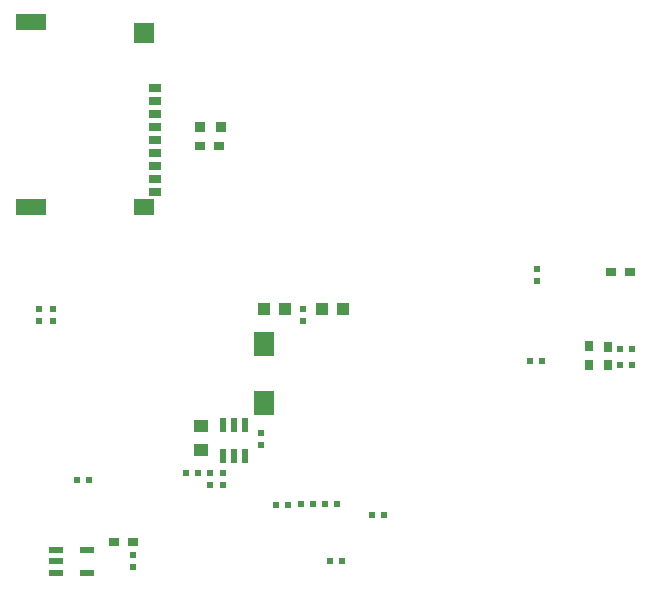
<source format=gbr>
G04 #@! TF.GenerationSoftware,KiCad,Pcbnew,5.1.5+dfsg1-2build2*
G04 #@! TF.CreationDate,2020-11-03T16:42:57+02:00*
G04 #@! TF.ProjectId,OLIMEXINO-STM32F3_RevC,4f4c494d-4558-4494-9e4f-2d53544d3332,rev?*
G04 #@! TF.SameCoordinates,Original*
G04 #@! TF.FileFunction,Paste,Bot*
G04 #@! TF.FilePolarity,Positive*
%FSLAX46Y46*%
G04 Gerber Fmt 4.6, Leading zero omitted, Abs format (unit mm)*
G04 Created by KiCad (PCBNEW 5.1.5+dfsg1-2build2) date 2020-11-03 16:42:57*
%MOMM*%
%LPD*%
G04 APERTURE LIST*
%ADD10R,2.600000X1.400000*%
%ADD11R,1.800000X1.800000*%
%ADD12R,1.800000X1.400000*%
%ADD13R,1.100000X0.700000*%
%ADD14R,1.200000X0.550000*%
%ADD15R,0.550000X1.200000*%
%ADD16R,0.500000X0.550000*%
%ADD17R,1.016000X1.016000*%
%ADD18R,0.550000X0.500000*%
%ADD19R,0.914400X0.914400*%
%ADD20R,1.700000X2.000000*%
%ADD21R,0.900000X0.800000*%
%ADD22R,0.800000X0.900000*%
%ADD23R,1.270000X1.050000*%
G04 APERTURE END LIST*
D10*
X65570000Y-65950000D03*
X65570000Y-50250000D03*
D11*
X75170000Y-51150000D03*
D12*
X75170000Y-65950000D03*
D13*
X76050000Y-64650000D03*
X76050000Y-63550000D03*
X76050000Y-62450000D03*
X76050000Y-61350000D03*
X76050000Y-60250000D03*
X76050000Y-59150000D03*
X76050000Y-58050000D03*
X76050000Y-56950000D03*
X76050000Y-55850000D03*
D14*
X67710000Y-96870000D03*
X67710000Y-95920000D03*
X67710000Y-94970000D03*
X70310000Y-96870000D03*
X70310000Y-94970000D03*
D15*
X83740000Y-84399900D03*
X82790000Y-84399900D03*
X81840000Y-84399900D03*
X81840000Y-87000100D03*
X82790000Y-87000100D03*
X83740000Y-87000100D03*
D16*
X91508000Y-91090000D03*
X90492000Y-91090000D03*
D17*
X91989000Y-74550000D03*
X90211000Y-74550000D03*
X87069000Y-74540000D03*
X85291000Y-74540000D03*
D18*
X66260000Y-74522000D03*
X66260000Y-75538000D03*
X67440000Y-74532000D03*
X67440000Y-75548000D03*
D16*
X94482000Y-91950000D03*
X95498000Y-91950000D03*
X116498000Y-79310000D03*
X115482000Y-79310000D03*
D18*
X81860000Y-89428000D03*
X81860000Y-88412000D03*
D16*
X87348000Y-91100000D03*
X86332000Y-91100000D03*
X79708000Y-88410000D03*
X78692000Y-88410000D03*
D18*
X74180000Y-95342000D03*
X74180000Y-96358000D03*
D16*
X70478000Y-88990000D03*
X69462000Y-88990000D03*
D19*
X81669000Y-59140000D03*
X79891000Y-59140000D03*
D20*
X85350000Y-82500000D03*
X85350000Y-77500000D03*
D18*
X88640000Y-74542000D03*
X88640000Y-75558000D03*
D16*
X91888000Y-95880000D03*
X90872000Y-95880000D03*
D21*
X116290000Y-71410000D03*
X114690000Y-71410000D03*
D22*
X114410000Y-79320000D03*
X114410000Y-77720000D03*
D18*
X108400000Y-71122000D03*
X108400000Y-72138000D03*
D16*
X107832000Y-78910000D03*
X108848000Y-78910000D03*
X116468000Y-77910000D03*
X115452000Y-77910000D03*
D22*
X112860000Y-79300000D03*
X112860000Y-77700000D03*
D21*
X79880000Y-60710000D03*
X81480000Y-60710000D03*
D16*
X88432000Y-91090000D03*
X89448000Y-91090000D03*
D18*
X80700000Y-88412000D03*
X80700000Y-89428000D03*
X85030000Y-86048000D03*
X85030000Y-85032000D03*
D21*
X72580000Y-94240000D03*
X74180000Y-94240000D03*
D23*
X79980000Y-84424000D03*
X79980000Y-86456000D03*
M02*

</source>
